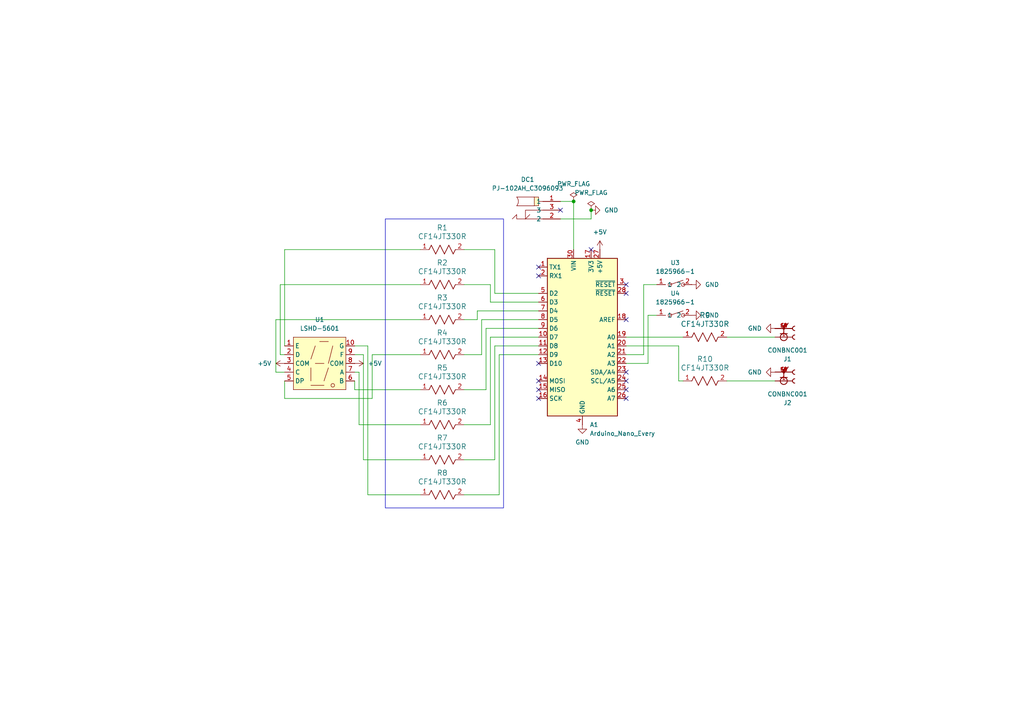
<source format=kicad_sch>
(kicad_sch (version 20250114) (generator "eeschema") (generator_version "9.0")
  (paper "A4")
  (lib_symbols
    (symbol "EasyEDA:1825966-1"
      (property "Reference" "U" (at 0 2.54 0))
      (property "Value" "1825966-1" (at 0 -7.62 0))
      (symbol "1825966-1_0_1"
        (circle (center 3.81 -2.54) (radius 0.51))
        (polyline (pts (xy 7.62 -1.27) (xy 3.81 -2.54)))
        (circle (center 7.62 -2.54) (radius 0.51))
        (pin unspecified line (at 0 -2.54 0) (length 2.54) (name "1") (number "1"))
        (pin unspecified line (at 10.16 -2.54 180) (length 2.54) (name "2") (number "2"))
      )
    )
    (symbol "EasyEDA:LSHD-5601"
      (property "Reference" "U" (at 0 2.54 0))
      (property "Value" "LSHD-5601" (at 0 -17.78 0))
      (symbol "LSHD-5601_0_1"
        (rectangle (start 2.54 0) (end 17.78 -15.24) (fill (type background)))
        (polyline (pts (xy 7.62 -8.89) (xy 7.62 -12.7)))
        (polyline (pts (xy 7.62 -13.97) (xy 11.43 -13.97)))
        (polyline (pts (xy 8.89 -2.54) (xy 7.62 -6.35)))
        (polyline (pts (xy 8.89 -7.62) (xy 11.43 -7.62)))
        (polyline (pts (xy 10.16 -1.27) (xy 12.7 -1.27)))
        (polyline (pts (xy 12.7 -8.89) (xy 11.43 -12.7)))
        (polyline (pts (xy 13.97 -2.54) (xy 12.7 -7.62)))
        (circle (center 13.97 -13.97) (radius 0.51))
        (pin unspecified line (at 0 -2.54 0) (length 2.54) (name "E") (number "1"))
        (pin unspecified line (at 0 -5.08 0) (length 2.54) (name "D") (number "2"))
        (pin unspecified line (at 0 -7.62 0) (length 2.54) (name "COM") (number "3"))
        (pin unspecified line (at 0 -10.16 0) (length 2.54) (name "C") (number "4"))
        (pin unspecified line (at 0 -12.7 0) (length 2.54) (name "DP") (number "5"))
        (pin unspecified line (at 20.32 -2.54 180) (length 2.54) (name "G") (number "10"))
        (pin unspecified line (at 20.32 -5.08 180) (length 2.54) (name "F") (number "9"))
        (pin unspecified line (at 20.32 -7.62 180) (length 2.54) (name "COM") (number "8"))
        (pin unspecified line (at 20.32 -10.16 180) (length 2.54) (name "A") (number "7"))
        (pin unspecified line (at 20.32 -12.7 180) (length 2.54) (name "B") (number "6"))
      )
    )
    (symbol "EasyEDA:PJ-102AH_C3096093"
      (property "Reference" "DC" (at 0 2.54 0))
      (property "Value" "PJ-102AH_C3096093" (at 0 -12.7 0))
      (symbol "PJ-102AH_C3096093_0_1"
        (arc (start 1.27 -1.27) (mid 1.7598 -2.54) (end 1.27 -3.81))
        (polyline (pts (xy 3.81 -7.62) (xy 5.08 -6.35)))
        (polyline (pts (xy 6.35 -1.27) (xy 1.27 -1.27)))
        (rectangle (start 6.35 -1.27) (end 7.62 -3.81) (fill (type background)))
        (polyline (pts (xy 6.35 -3.81) (xy 1.27 -3.81)))
        (polyline (pts (xy 8.89 -2.54) (xy 7.62 -2.54)))
        (polyline (pts (xy 8.89 -5.08) (xy 3.81 -5.08) (xy 3.81 -7.62) (xy 3.81 -6.35)))
        (polyline (pts (xy 8.89 -7.62) (xy 1.27 -7.62) (xy 1.27 -6.35) (xy 0 -7.62)))
        (pin unspecified line (at 13.97 -2.54 180) (length 5.08) (name "1") (number "1"))
        (pin unspecified line (at 13.97 -5.08 180) (length 5.08) (name "3") (number "3"))
        (pin unspecified line (at 13.97 -7.62 180) (length 5.08) (name "2") (number "2"))
      )
    )
    (symbol "MCU_Module:Arduino_Nano_Every"
      (property "Reference" "A" (at -10.16 23.495 0))
      (property "Value" "Arduino_Nano_Every" (at 5.08 -24.13 0))
      (symbol "Arduino_Nano_Every_0_1"
        (rectangle (start -10.16 22.86) (end 10.16 -22.86) (stroke (width 0.254)) (fill (type background)))
      )
      (symbol "Arduino_Nano_Every_1_1"
        (pin bidirectional line (at -12.7 20.32 0) (length 2.54) (name "TX1") (number "1"))
        (pin bidirectional line (at -12.7 17.78 0) (length 2.54) (name "RX1") (number "2"))
        (pin bidirectional line (at -12.7 12.7 0) (length 2.54) (name "D2") (number "5"))
        (pin bidirectional line (at -12.7 10.16 0) (length 2.54) (name "D3") (number "6"))
        (pin bidirectional line (at -12.7 7.62 0) (length 2.54) (name "D4") (number "7"))
        (pin bidirectional line (at -12.7 5.08 0) (length 2.54) (name "D5") (number "8"))
        (pin bidirectional line (at -12.7 2.54 0) (length 2.54) (name "D6") (number "9"))
        (pin bidirectional line (at -12.7 0 0) (length 2.54) (name "D7") (number "10"))
        (pin bidirectional line (at -12.7 -2.54 0) (length 2.54) (name "D8") (number "11"))
        (pin bidirectional line (at -12.7 -5.08 0) (length 2.54) (name "D9") (number "12"))
        (pin bidirectional line (at -12.7 -7.62 0) (length 2.54) (name "D10") (number "13"))
        (pin bidirectional line (at -12.7 -12.7 0) (length 2.54) (name "MOSI") (number "14"))
        (pin bidirectional line (at -12.7 -15.24 0) (length 2.54) (name "MISO") (number "15"))
        (pin bidirectional line (at -12.7 -17.78 0) (length 2.54) (name "SCK") (number "16"))
        (pin power_in line (at -2.54 25.4 270) (length 2.54) (name "VIN") (number "30"))
        (pin passive line (at 0 -25.4 90) (length 2.54) (hide yes) (name "GND") (number "29"))
        (pin power_in line (at 0 -25.4 90) (length 2.54) (name "GND") (number "4"))
        (pin power_out line (at 2.54 25.4 270) (length 2.54) (name "3V3") (number "17"))
        (pin power_out line (at 5.08 25.4 270) (length 2.54) (name "+5V") (number "27"))
        (pin input line (at 12.7 15.24 180) (length 2.54) (name "~{RESET}") (number "3"))
        (pin input line (at 12.7 12.7 180) (length 2.54) (name "~{RESET}") (number "28"))
        (pin input line (at 12.7 5.08 180) (length 2.54) (name "AREF") (number "18"))
        (pin bidirectional line (at 12.7 0 180) (length 2.54) (name "A0") (number "19"))
        (pin bidirectional line (at 12.7 -2.54 180) (length 2.54) (name "A1") (number "20"))
        (pin bidirectional line (at 12.7 -5.08 180) (length 2.54) (name "A2") (number "21"))
        (pin bidirectional line (at 12.7 -7.62 180) (length 2.54) (name "A3") (number "22"))
        (pin bidirectional line (at 12.7 -10.16 180) (length 2.54) (name "SDA/A4") (number "23"))
        (pin bidirectional line (at 12.7 -12.7 180) (length 2.54) (name "SCL/A5") (number "24"))
        (pin bidirectional line (at 12.7 -15.24 180) (length 2.54) (name "A6") (number "25"))
        (pin bidirectional line (at 12.7 -17.78 180) (length 2.54) (name "A7") (number "26"))
      )
    )
    (symbol "Snapeda:CF14JT330R" (pin_names (offset 0.254))
      (property "Reference" "R" (at 5.715 3.81 0))
      (property "Value" "CF14JT330R" (at 6.35 -3.81 0))
      (symbol "CF14JT330R_1_1"
        (polyline (pts (xy 2.54 0) (xy 3.175 1.27)) (stroke (width 0.2032)))
        (polyline (pts (xy 3.175 1.27) (xy 4.445 -1.27)) (stroke (width 0.2032)))
        (polyline (pts (xy 4.445 -1.27) (xy 5.715 1.27)) (stroke (width 0.2032)))
        (polyline (pts (xy 5.715 1.27) (xy 6.985 -1.27)) (stroke (width 0.2032)))
        (polyline (pts (xy 6.985 -1.27) (xy 8.255 1.27)) (stroke (width 0.2032)))
        (polyline (pts (xy 8.255 1.27) (xy 9.525 -1.27)) (stroke (width 0.2032)))
        (polyline (pts (xy 9.525 -1.27) (xy 10.16 0)) (stroke (width 0.2032)))
        (pin unspecified line (at 0 0 0) (length 2.54) (name "") (number "1"))
        (pin unspecified line (at 12.7 0 180) (length 2.54) (name "") (number "2"))
      )
      (symbol "CF14JT330R_1_2"
        (polyline (pts (xy -1.27 8.255) (xy 1.27 9.525)) (stroke (width 0.2032)))
        (polyline (pts (xy -1.27 5.715) (xy 1.27 6.985)) (stroke (width 0.2032)))
        (polyline (pts (xy -1.27 3.175) (xy 1.27 4.445)) (stroke (width 0.2032)))
        (polyline (pts (xy 0 2.54) (xy -1.27 3.175)) (stroke (width 0.2032)))
        (polyline (pts (xy 1.27 9.525) (xy 0 10.16)) (stroke (width 0.2032)))
        (polyline (pts (xy 1.27 6.985) (xy -1.27 8.255)) (stroke (width 0.2032)))
        (polyline (pts (xy 1.27 4.445) (xy -1.27 5.715)) (stroke (width 0.2032)))
        (pin unspecified line (at 0 12.7 270) (length 2.54) (name "") (number "1"))
        (pin unspecified line (at 0 0 90) (length 2.54) (name "") (number "2"))
      )
    )
    (symbol "Snapeda:CONBNC001" (pin_names (offset 1.016))
      (property "Reference" "J" (at -3.81 1.524 0))
      (property "Value" "CONBNC001" (at -4.064 -6.858 0))
      (symbol "CONBNC001_0_0"
        (arc (start -3.175 0.635) (mid -2.5427 0) (end -3.175 -0.635) (stroke (width 0.254)))
        (arc (start -3.175 -1.905) (mid -2.5427 -2.54) (end -3.175 -3.175) (stroke (width 0.254)))
        (polyline (pts (xy -1.016 -1.016) (xy 1.016 -1.016)) (stroke (width 0.254)))
        (polyline (pts (xy -0.762 -3.302) (xy -1.27 -4.064)) (stroke (width 0.254)))
        (circle (center 0 0) (radius 1.016) (stroke (width 0.254)))
        (polyline (pts (xy 0 -1.016) (xy 0 -3.302)) (stroke (width 0.254)))
        (circle (center 0 -2.54) (radius 0.254) (stroke (width 0.254)))
        (polyline (pts (xy 0 -3.302) (xy -0.508 -4.064)) (stroke (width 0.254)))
        (polyline (pts (xy 0.762 -3.302) (xy -0.762 -3.302)) (stroke (width 0.254)))
        (polyline (pts (xy 0.762 -3.302) (xy 0.254 -4.064)) (stroke (width 0.254)))
        (pin passive line (at 2.54 0 180) (length 5.08) (name "~") (number "1"))
        (pin passive line (at 2.54 -2.54 180) (length 5.08) (name "~") (number "S1"))
        (pin passive line (at 2.54 -2.54 180) (length 5.08) (name "~") (number "S2"))
        (pin passive line (at 2.54 -2.54 180) (length 5.08) (name "~") (number "S3"))
        (pin passive line (at 2.54 -2.54 180) (length 5.08) (name "~") (number "S4"))
      )
    )
    (symbol "power:+5V" (power) (pin_numbers (hide yes)) (pin_names (offset 0) (hide yes))
      (property "Value" "+5V" (at 0 3.556 0))
      (symbol "+5V_0_1"
        (polyline (pts (xy -0.762 1.27) (xy 0 2.54)))
        (polyline (pts (xy 0 2.54) (xy 0.762 1.27)))
        (polyline (pts (xy 0 0) (xy 0 2.54)))
      )
      (symbol "+5V_1_1"
        (pin power_in line (at 0 0 90) (length 0) (name "~") (number "1"))
      )
    )
    (symbol "power:GND" (power) (pin_numbers (hide yes)) (pin_names (offset 0) (hide yes))
      (property "Value" "GND" (at 0 -3.81 0))
      (symbol "GND_0_1"
        (polyline (pts (xy 0 0) (xy 0 -1.27) (xy 1.27 -1.27) (xy 0 -2.54) (xy -1.27 -1.27) (xy 0 -1.27)))
      )
      (symbol "GND_1_1"
        (pin power_in line (at 0 0 270) (length 0) (name "~") (number "1"))
      )
    )
    (symbol "power:PWR_FLAG" (power) (pin_numbers (hide yes)) (pin_names (offset 0) (hide yes))
      (property "Value" "PWR_FLAG" (at 0 3.81 0))
      (symbol "PWR_FLAG_0_0"
        (pin power_out line (at 0 0 90) (length 0) (name "~") (number "1"))
      )
      (symbol "PWR_FLAG_0_1"
        (polyline (pts (xy 0 0) (xy 0 1.27) (xy -1.016 1.905) (xy 0 2.54) (xy 1.016 1.905) (xy 0 1.27)))
      )
    )
  )
  (rectangle (start 111.76 63.5) (end 146.05 147.32))
  (junction (at 171.45 60.96))
  (junction (at 166.37 58.42))
  (no_connect (at 181.61 113.03))
  (no_connect (at 181.61 107.95))
  (no_connect (at 171.45 72.39))
  (no_connect (at 156.21 105.41))
  (no_connect (at 162.56 60.96))
  (no_connect (at 181.61 82.55))
  (no_connect (at 156.21 77.47))
  (no_connect (at 181.61 110.49))
  (no_connect (at 156.21 113.03))
  (no_connect (at 156.21 80.01))
  (no_connect (at 181.61 85.09))
  (no_connect (at 156.21 115.57))
  (no_connect (at 181.61 92.71))
  (no_connect (at 181.61 115.57))
  (no_connect (at 156.21 110.49))
  (wire (pts (xy 121.92 123.19) (xy 104.14 123.19)))
  (wire (pts (xy 181.61 97.79) (xy 198.12 97.79)))
  (wire (pts (xy 210.82 110.49) (xy 224.79 110.49)))
  (wire (pts (xy 144.78 143.51) (xy 134.62 143.51)))
  (wire (pts (xy 139.7 92.71) (xy 139.7 102.87)))
  (wire (pts (xy 156.21 100.33) (xy 143.51 100.33)))
  (wire (pts (xy 143.51 100.33) (xy 143.51 133.35)))
  (wire (pts (xy 140.97 113.03) (xy 134.62 113.03)))
  (wire (pts (xy 82.55 100.33) (xy 82.55 72.39)))
  (wire (pts (xy 140.97 95.25) (xy 140.97 113.03)))
  (wire (pts (xy 142.24 82.55) (xy 134.62 82.55)))
  (wire (pts (xy 156.21 85.09) (xy 143.51 85.09)))
  (wire (pts (xy 107.95 102.87) (xy 121.92 102.87)))
  (wire (pts (xy 187.96 91.44) (xy 187.96 105.41)))
  (wire (pts (xy 210.82 97.79) (xy 224.79 97.79)))
  (wire (pts (xy 162.56 58.42) (xy 166.37 58.42)))
  (wire (pts (xy 121.92 113.03) (xy 102.87 113.03)))
  (wire (pts (xy 143.51 72.39) (xy 134.62 72.39)))
  (wire (pts (xy 162.56 63.5) (xy 171.45 63.5)))
  (wire (pts (xy 190.5 91.44) (xy 187.96 91.44)))
  (wire (pts (xy 102.87 113.03) (xy 102.87 110.49)))
  (wire (pts (xy 104.14 107.95) (xy 102.87 107.95)))
  (wire (pts (xy 142.24 87.63) (xy 142.24 82.55)))
  (wire (pts (xy 166.37 58.42) (xy 166.37 72.39)))
  (wire (pts (xy 121.92 92.71) (xy 80.01 92.71)))
  (wire (pts (xy 121.92 133.35) (xy 105.41 133.35)))
  (wire (pts (xy 81.28 102.87) (xy 81.28 82.55)))
  (wire (pts (xy 156.21 87.63) (xy 142.24 87.63)))
  (wire (pts (xy 143.51 133.35) (xy 134.62 133.35)))
  (wire (pts (xy 156.21 92.71) (xy 139.7 92.71)))
  (wire (pts (xy 80.01 92.71) (xy 80.01 107.95)))
  (wire (pts (xy 142.24 123.19) (xy 134.62 123.19)))
  (wire (pts (xy 144.78 102.87) (xy 144.78 143.51)))
  (wire (pts (xy 106.68 100.33) (xy 102.87 100.33)))
  (wire (pts (xy 138.43 90.17) (xy 138.43 92.71)))
  (wire (pts (xy 156.21 97.79) (xy 142.24 97.79)))
  (wire (pts (xy 104.14 123.19) (xy 104.14 107.95)))
  (wire (pts (xy 187.96 105.41) (xy 181.61 105.41)))
  (wire (pts (xy 105.41 133.35) (xy 105.41 102.87)))
  (wire (pts (xy 106.68 143.51) (xy 106.68 100.33)))
  (wire (pts (xy 82.55 115.57) (xy 107.95 115.57)))
  (wire (pts (xy 105.41 102.87) (xy 102.87 102.87)))
  (wire (pts (xy 186.69 102.87) (xy 181.61 102.87)))
  (wire (pts (xy 80.01 107.95) (xy 82.55 107.95)))
  (wire (pts (xy 82.55 72.39) (xy 121.92 72.39)))
  (wire (pts (xy 171.45 63.5) (xy 171.45 60.96)))
  (wire (pts (xy 143.51 85.09) (xy 143.51 72.39)))
  (wire (pts (xy 156.21 102.87) (xy 144.78 102.87)))
  (wire (pts (xy 142.24 97.79) (xy 142.24 123.19)))
  (wire (pts (xy 107.95 115.57) (xy 107.95 102.87)))
  (wire (pts (xy 196.85 110.49) (xy 196.85 100.33)))
  (wire (pts (xy 82.55 102.87) (xy 81.28 102.87)))
  (wire (pts (xy 190.5 82.55) (xy 186.69 82.55)))
  (wire (pts (xy 156.21 90.17) (xy 138.43 90.17)))
  (wire (pts (xy 138.43 92.71) (xy 134.62 92.71)))
  (wire (pts (xy 186.69 82.55) (xy 186.69 102.87)))
  (wire (pts (xy 196.85 110.49) (xy 198.12 110.49)))
  (wire (pts (xy 139.7 102.87) (xy 134.62 102.87)))
  (wire (pts (xy 82.55 110.49) (xy 82.55 115.57)))
  (wire (pts (xy 121.92 143.51) (xy 106.68 143.51)))
  (wire (pts (xy 81.28 82.55) (xy 121.92 82.55)))
  (wire (pts (xy 156.21 95.25) (xy 140.97 95.25)))
  (wire (pts (xy 196.85 100.33) (xy 181.61 100.33)))
  (symbol (lib_id "power:GND") (at 168.91 123.19 0) (unit 1)
    (property "Reference" "#PWR04" (effects (hide yes)))
    (property "Value" "GND" (at 168.91 128.27 0))
    (property "Description" "Power symbol creates a global label with name \"GND\" , ground" (effects (hide yes)))
  )
  (symbol (lib_id "Snapeda:CF14JT330R") (at 121.92 133.35 0) (unit 1)
    (property "Reference" "R7" (at 128.27 127 0) (effects (font (size 1.524 1.524))))
    (property "Value" "CF14JT330R" (at 128.27 129.54 0) (effects (font (size 1.524 1.524))))
    (property "Footprint" "Snapeda:STA_CF14_STP" (effects (hide yes)))
    (property "Datasheet" "CF14JT330R" (effects (hide yes)))
  )
  (symbol (lib_id "Snapeda:CF14JT330R") (at 121.92 72.39 0) (unit 1)
    (property "Reference" "R1" (at 128.27 66.04 0) (effects (font (size 1.524 1.524))))
    (property "Value" "CF14JT330R" (at 128.27 68.58 0) (effects (font (size 1.524 1.524))))
    (property "Footprint" "Snapeda:STA_CF14_STP" (effects (hide yes)))
    (property "Datasheet" "CF14JT330R" (effects (hide yes)))
  )
  (symbol (lib_id "EasyEDA:1825966-1") (at 190.5 88.9 0) (unit 1)
    (property "Reference" "U4" (at 195.835 85.09 0))
    (property "Value" "1825966-1" (at 195.835 87.63 0))
    (property "Footprint" "EasyEDA:SW-TH_L6.0-W3.6-P6.50" (effects (hide yes)))
    (property "LCSC Part" "C5172268" (effects (hide yes)))
  )
  (symbol (lib_id "power:GND") (at 200.66 91.44 90) (unit 1)
    (property "Reference" "#PWR010" (effects (hide yes)))
    (property "Value" "GND" (at 204.47 91.4399 90) (effects (justify right)))
    (property "Description" "Power symbol creates a global label with name \"GND\" , ground" (effects (hide yes)))
  )
  (symbol (lib_id "Snapeda:CONBNC001") (at 227.33 110.49 180) (unit 1)
    (property "Reference" "J2" (at 228.4095 116.84 0))
    (property "Value" "CONBNC001" (at 228.4095 114.3 0))
    (property "Footprint" "Snapeda:LINX_CONBNC001" (effects (hide yes)))
    (property "SnapEDA_Link" "https://www.snapeda.com/parts/CONBNC001/Linx/view-part/?ref=snap" (effects (hide yes)))
    (property "Check_prices" "https://www.snapeda.com/parts/CONBNC001/Linx/view-part/?ref=eda" (effects (hide yes)))
    (property "Package" "None" (effects (hide yes)))
    (property "Price" "None" (effects (hide yes)))
    (property "MF" "Linx Technologies Inc." (effects (hide yes)))
    (property "MP" "CONBNC001" (effects (hide yes)))
    (property "Purchase-URL" "https://www.snapeda.com/api/url_track_click_mouser/?unipart_id=12122496&manufacturer=Linx Technologies Inc.&part_name=CONBNC001&search_term=None" (effects (hide yes)))
    (property "Availability" "In Stock" (effects (hide yes)))
    (property "Description_1" "BNC Jack 50 Ohm PCB Through Hole" (effects (hide yes)))
  )
  (symbol (lib_id "power:+5V") (at 173.99 72.39 0) (unit 1)
    (property "Reference" "#PWR01" (effects (hide yes)))
    (property "Value" "+5V" (at 173.99 67.31 0))
    (property "Description" "Power symbol creates a global label with name \"+5V\"" (effects (hide yes)))
  )
  (symbol (lib_id "power:PWR_FLAG") (at 166.37 58.42 0) (unit 1)
    (property "Reference" "#FLG01" (effects (hide yes)))
    (property "Value" "PWR_FLAG" (at 166.37 53.34 0))
    (property "Description" "Special symbol for telling ERC where power comes from" (effects (hide yes)))
  )
  (symbol (lib_id "Snapeda:CF14JT330R") (at 121.92 143.51 0) (unit 1)
    (property "Reference" "R8" (at 128.27 137.16 0) (effects (font (size 1.524 1.524))))
    (property "Value" "CF14JT330R" (at 128.27 139.7 0) (effects (font (size 1.524 1.524))))
    (property "Footprint" "Snapeda:STA_CF14_STP" (effects (hide yes)))
    (property "Datasheet" "CF14JT330R" (effects (hide yes)))
  )
  (symbol (lib_id "Snapeda:CF14JT330R") (at 121.92 102.87 0) (unit 1)
    (property "Reference" "R4" (at 128.27 96.52 0) (effects (font (size 1.524 1.524))))
    (property "Value" "CF14JT330R" (at 128.27 99.06 0) (effects (font (size 1.524 1.524))))
    (property "Footprint" "Snapeda:STA_CF14_STP" (effects (hide yes)))
    (property "Datasheet" "CF14JT330R" (effects (hide yes)))
  )
  (symbol (lib_id "Snapeda:CF14JT330R") (at 121.92 92.71 0) (unit 1)
    (property "Reference" "R3" (at 128.27 86.36 0) (effects (font (size 1.524 1.524))))
    (property "Value" "CF14JT330R" (at 128.27 88.9 0) (effects (font (size 1.524 1.524))))
    (property "Footprint" "Snapeda:STA_CF14_STP" (effects (hide yes)))
    (property "Datasheet" "CF14JT330R" (effects (hide yes)))
  )
  (symbol (lib_id "Snapeda:CF14JT330R") (at 198.12 97.79 0) (unit 1)
    (property "Reference" "R9" (at 204.47 91.44 0) (effects (font (size 1.524 1.524))))
    (property "Value" "CF14JT330R" (at 204.47 93.98 0) (effects (font (size 1.524 1.524))))
    (property "Footprint" "Snapeda:STA_CF14_STP" (effects (hide yes)))
    (property "Datasheet" "CF14JT330R" (effects (hide yes)))
  )
  (symbol (lib_id "EasyEDA:1825966-1") (at 190.5 80.01 0) (unit 1)
    (property "Reference" "U3" (at 195.835 76.2 0))
    (property "Value" "1825966-1" (at 195.835 78.74 0))
    (property "Footprint" "EasyEDA:SW-TH_L6.0-W3.6-P6.50" (effects (hide yes)))
    (property "LCSC Part" "C5172268" (effects (hide yes)))
  )
  (symbol (lib_id "Snapeda:CONBNC001") (at 227.33 97.79 180) (unit 1)
    (property "Reference" "J1" (at 228.4095 104.14 0))
    (property "Value" "CONBNC001" (at 228.4095 101.6 0))
    (property "Footprint" "Snapeda:LINX_CONBNC001" (effects (hide yes)))
    (property "SnapEDA_Link" "https://www.snapeda.com/parts/CONBNC001/Linx/view-part/?ref=snap" (effects (hide yes)))
    (property "Check_prices" "https://www.snapeda.com/parts/CONBNC001/Linx/view-part/?ref=eda" (effects (hide yes)))
    (property "Package" "None" (effects (hide yes)))
    (property "Price" "None" (effects (hide yes)))
    (property "MF" "Linx Technologies Inc." (effects (hide yes)))
    (property "MP" "CONBNC001" (effects (hide yes)))
    (property "Purchase-URL" "https://www.snapeda.com/api/url_track_click_mouser/?unipart_id=12122496&manufacturer=Linx Technologies Inc.&part_name=CONBNC001&search_term=None" (effects (hide yes)))
    (property "Availability" "In Stock" (effects (hide yes)))
    (property "Description_1" "BNC Jack 50 Ohm PCB Through Hole" (effects (hide yes)))
  )
  (symbol (lib_id "MCU_Module:Arduino_Nano_Every") (at 168.91 97.79 0) (unit 1)
    (property "Reference" "A1" (at 171.0533 123.19 0) (effects (justify left)))
    (property "Value" "Arduino_Nano_Every" (at 171.0533 125.73 0) (effects (justify left)))
    (property "Footprint" "Module:Arduino_Nano" (effects (hide yes)))
    (property "Datasheet" "https://content.arduino.cc/assets/NANOEveryV3.0_sch.pdf" (effects (hide yes)))
    (property "Description" "Arduino Nano Every" (effects (hide yes)))
  )
  (symbol (lib_id "power:GND") (at 200.66 82.55 90) (unit 1)
    (property "Reference" "#PWR011" (effects (hide yes)))
    (property "Value" "GND" (at 204.47 82.5499 90) (effects (justify right)))
    (property "Description" "Power symbol creates a global label with name \"GND\" , ground" (effects (hide yes)))
  )
  (symbol (lib_id "power:+5V") (at 102.87 105.41 270) (unit 1)
    (property "Reference" "#PWR03" (effects (hide yes)))
    (property "Value" "+5V" (at 106.68 105.4099 90) (effects (justify left)))
    (property "Description" "Power symbol creates a global label with name \"+5V\"" (effects (hide yes)))
  )
  (symbol (lib_id "power:PWR_FLAG") (at 171.45 60.96 0) (unit 1)
    (property "Reference" "#FLG02" (effects (hide yes)))
    (property "Value" "PWR_FLAG" (at 171.45 55.88 0))
    (property "Description" "Special symbol for telling ERC where power comes from" (effects (hide yes)))
  )
  (symbol (lib_id "Snapeda:CF14JT330R") (at 198.12 110.49 0) (unit 1)
    (property "Reference" "R10" (at 204.47 104.14 0) (effects (font (size 1.524 1.524))))
    (property "Value" "CF14JT330R" (at 204.47 106.68 0) (effects (font (size 1.524 1.524))))
    (property "Footprint" "Snapeda:STA_CF14_STP" (effects (hide yes)))
    (property "Datasheet" "CF14JT330R" (effects (hide yes)))
  )
  (symbol (lib_id "EasyEDA:LSHD-5601") (at 82.55 97.79 0) (unit 1)
    (property "Reference" "U1" (at 92.71 92.71 0))
    (property "Value" "LSHD-5601" (at 92.71 95.25 0))
    (property "Footprint" "EasyEDA:LED-SEG-TH_10P-L17.1-W12.4-P2.54-D0.3-LS15.24" (effects (hide yes)))
    (property "LCSC Part" "C7217513" (effects (hide yes)))
  )
  (symbol (lib_id "power:GND") (at 224.79 107.95 270) (unit 1)
    (property "Reference" "#PWR05" (effects (hide yes)))
    (property "Value" "GND" (at 220.98 107.9501 90) (effects (justify right)))
    (property "Description" "Power symbol creates a global label with name \"GND\" , ground" (effects (hide yes)))
  )
  (symbol (lib_id "power:GND") (at 224.79 95.25 270) (unit 1)
    (property "Reference" "#PWR06" (effects (hide yes)))
    (property "Value" "GND" (at 220.98 95.2501 90) (effects (justify right)))
    (property "Description" "Power symbol creates a global label with name \"GND\" , ground" (effects (hide yes)))
  )
  (symbol (lib_id "EasyEDA:PJ-102AH_C3096093") (at 148.59 55.88 0) (unit 1)
    (property "Reference" "DC1" (at 153.035 52.07 0))
    (property "Value" "PJ-102AH_C3096093" (at 153.035 54.61 0))
    (property "Footprint" "EasyEDA:DC-IN-TH_PJ-102AH" (effects (hide yes)))
    (property "LCSC Part" "C3096093" (effects (hide yes)))
  )
  (symbol (lib_id "power:GND") (at 171.45 60.96 90) (unit 1)
    (property "Reference" "#PWR07" (effects (hide yes)))
    (property "Value" "GND" (at 175.26 60.9599 90) (effects (justify right)))
    (property "Description" "Power symbol creates a global label with name \"GND\" , ground" (effects (hide yes)))
  )
  (symbol (lib_id "power:+5V") (at 82.55 105.41 90) (unit 1)
    (property "Reference" "#PWR02" (effects (hide yes)))
    (property "Value" "+5V" (at 78.74 105.4099 90) (effects (justify left)))
    (property "Description" "Power symbol creates a global label with name \"+5V\"" (effects (hide yes)))
  )
  (symbol (lib_id "Snapeda:CF14JT330R") (at 121.92 82.55 0) (unit 1)
    (property "Reference" "R2" (at 128.27 76.2 0) (effects (font (size 1.524 1.524))))
    (property "Value" "CF14JT330R" (at 128.27 78.74 0) (effects (font (size 1.524 1.524))))
    (property "Footprint" "Snapeda:STA_CF14_STP" (effects (hide yes)))
    (property "Datasheet" "CF14JT330R" (effects (hide yes)))
  )
  (symbol (lib_id "Snapeda:CF14JT330R") (at 121.92 113.03 0) (unit 1)
    (property "Reference" "R5" (at 128.27 106.68 0) (effects (font (size 1.524 1.524))))
    (property "Value" "CF14JT330R" (at 128.27 109.22 0) (effects (font (size 1.524 1.524))))
    (property "Footprint" "Snapeda:STA_CF14_STP" (effects (hide yes)))
    (property "Datasheet" "CF14JT330R" (effects (hide yes)))
  )
  (symbol (lib_id "Snapeda:CF14JT330R") (at 121.92 123.19 0) (unit 1)
    (property "Reference" "R6" (at 128.27 116.84 0) (effects (font (size 1.524 1.524))))
    (property "Value" "CF14JT330R" (at 128.27 119.38 0) (effects (font (size 1.524 1.524))))
    (property "Footprint" "Snapeda:STA_CF14_STP" (effects (hide yes)))
    (property "Datasheet" "CF14JT330R" (effects (hide yes)))
  )
)
</source>
